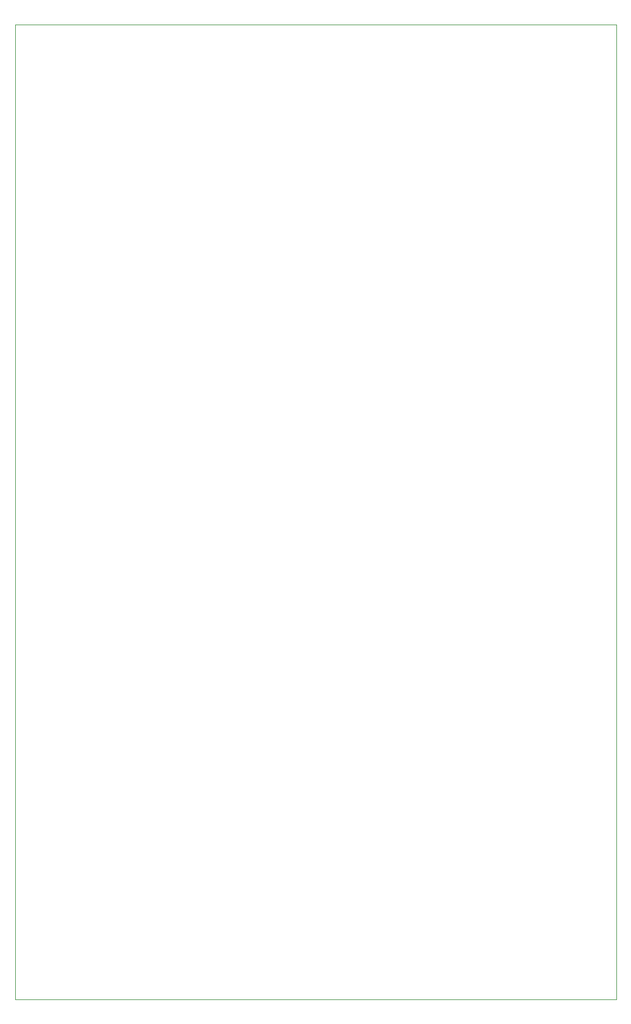
<source format=gbr>
%TF.GenerationSoftware,KiCad,Pcbnew,8.0.1*%
%TF.CreationDate,2024-06-24T23:09:16-03:00*%
%TF.ProjectId,House_Project,486f7573-655f-4507-926f-6a6563742e6b,rev?*%
%TF.SameCoordinates,Original*%
%TF.FileFunction,Profile,NP*%
%FSLAX46Y46*%
G04 Gerber Fmt 4.6, Leading zero omitted, Abs format (unit mm)*
G04 Created by KiCad (PCBNEW 8.0.1) date 2024-06-24 23:09:16*
%MOMM*%
%LPD*%
G01*
G04 APERTURE LIST*
%TA.AperFunction,Profile*%
%ADD10C,0.050000*%
%TD*%
G04 APERTURE END LIST*
D10*
X71000000Y-35000000D02*
X158000000Y-35000000D01*
X158000000Y-176000000D01*
X71000000Y-176000000D01*
X71000000Y-35000000D01*
M02*

</source>
